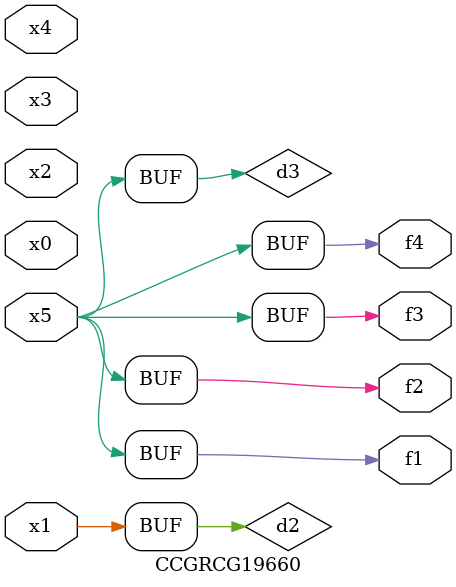
<source format=v>
module CCGRCG19660(
	input x0, x1, x2, x3, x4, x5,
	output f1, f2, f3, f4
);

	wire d1, d2, d3;

	not (d1, x5);
	or (d2, x1);
	xnor (d3, d1);
	assign f1 = d3;
	assign f2 = d3;
	assign f3 = d3;
	assign f4 = d3;
endmodule

</source>
